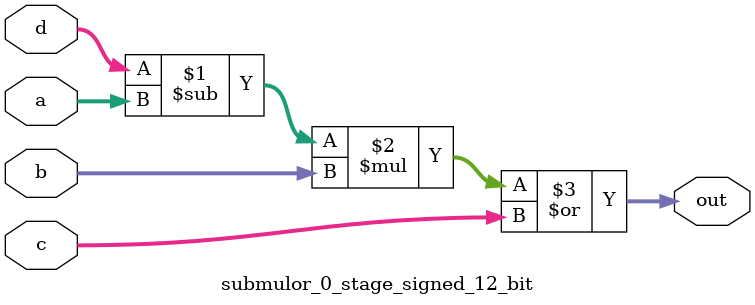
<source format=sv>
(* use_dsp = "yes" *) module submulor_0_stage_signed_12_bit(
	input signed [11:0] a,
	input signed [11:0] b,
	input signed [11:0] c,
	input signed [11:0] d,
	output [11:0] out
	);

	assign out = ((d - a) * b) | c;
endmodule

</source>
